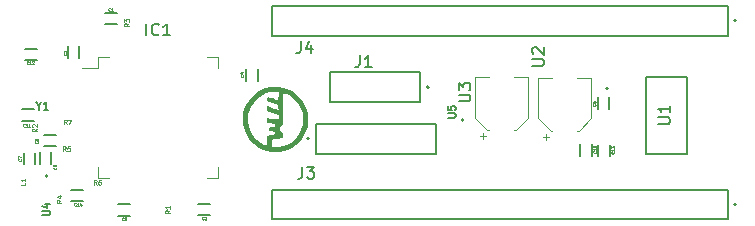
<source format=gbr>
%TF.GenerationSoftware,KiCad,Pcbnew,7.0.9*%
%TF.CreationDate,2024-02-06T13:27:41-04:00*%
%TF.ProjectId,proyecto_micro_v1,70726f79-6563-4746-9f5f-6d6963726f5f,rev?*%
%TF.SameCoordinates,Original*%
%TF.FileFunction,Legend,Top*%
%TF.FilePolarity,Positive*%
%FSLAX46Y46*%
G04 Gerber Fmt 4.6, Leading zero omitted, Abs format (unit mm)*
G04 Created by KiCad (PCBNEW 7.0.9) date 2024-02-06 13:27:41*
%MOMM*%
%LPD*%
G01*
G04 APERTURE LIST*
%ADD10C,0.060464*%
%ADD11C,0.150000*%
%ADD12C,0.300000*%
%ADD13C,0.098425*%
%ADD14C,0.127000*%
%ADD15C,0.120000*%
%ADD16C,0.200000*%
G04 APERTURE END LIST*
D10*
X136553522Y-71696708D02*
X136542005Y-71708225D01*
X136542005Y-71708225D02*
X136507455Y-71719741D01*
X136507455Y-71719741D02*
X136484421Y-71719741D01*
X136484421Y-71719741D02*
X136449870Y-71708225D01*
X136449870Y-71708225D02*
X136426837Y-71685191D01*
X136426837Y-71685191D02*
X136415320Y-71662157D01*
X136415320Y-71662157D02*
X136403803Y-71616090D01*
X136403803Y-71616090D02*
X136403803Y-71581539D01*
X136403803Y-71581539D02*
X136415320Y-71535472D01*
X136415320Y-71535472D02*
X136426837Y-71512438D01*
X136426837Y-71512438D02*
X136449870Y-71489404D01*
X136449870Y-71489404D02*
X136484421Y-71477887D01*
X136484421Y-71477887D02*
X136507455Y-71477887D01*
X136507455Y-71477887D02*
X136542005Y-71489404D01*
X136542005Y-71489404D02*
X136553522Y-71500921D01*
X136783859Y-71719741D02*
X136645657Y-71719741D01*
X136714758Y-71719741D02*
X136714758Y-71477887D01*
X136714758Y-71477887D02*
X136691724Y-71512438D01*
X136691724Y-71512438D02*
X136668691Y-71535472D01*
X136668691Y-71535472D02*
X136645657Y-71546989D01*
X136875994Y-71500921D02*
X136887511Y-71489404D01*
X136887511Y-71489404D02*
X136910545Y-71477887D01*
X136910545Y-71477887D02*
X136968129Y-71477887D01*
X136968129Y-71477887D02*
X136991163Y-71489404D01*
X136991163Y-71489404D02*
X137002679Y-71500921D01*
X137002679Y-71500921D02*
X137014196Y-71523955D01*
X137014196Y-71523955D02*
X137014196Y-71546989D01*
X137014196Y-71546989D02*
X137002679Y-71581539D01*
X137002679Y-71581539D02*
X136864477Y-71719741D01*
X136864477Y-71719741D02*
X137014196Y-71719741D01*
D11*
X146553810Y-69284819D02*
X146553810Y-68284819D01*
X147601428Y-69189580D02*
X147553809Y-69237200D01*
X147553809Y-69237200D02*
X147410952Y-69284819D01*
X147410952Y-69284819D02*
X147315714Y-69284819D01*
X147315714Y-69284819D02*
X147172857Y-69237200D01*
X147172857Y-69237200D02*
X147077619Y-69141961D01*
X147077619Y-69141961D02*
X147030000Y-69046723D01*
X147030000Y-69046723D02*
X146982381Y-68856247D01*
X146982381Y-68856247D02*
X146982381Y-68713390D01*
X146982381Y-68713390D02*
X147030000Y-68522914D01*
X147030000Y-68522914D02*
X147077619Y-68427676D01*
X147077619Y-68427676D02*
X147172857Y-68332438D01*
X147172857Y-68332438D02*
X147315714Y-68284819D01*
X147315714Y-68284819D02*
X147410952Y-68284819D01*
X147410952Y-68284819D02*
X147553809Y-68332438D01*
X147553809Y-68332438D02*
X147601428Y-68380057D01*
X148553809Y-69284819D02*
X147982381Y-69284819D01*
X148268095Y-69284819D02*
X148268095Y-68284819D01*
X148268095Y-68284819D02*
X148172857Y-68427676D01*
X148172857Y-68427676D02*
X148077619Y-68522914D01*
X148077619Y-68522914D02*
X147982381Y-68570533D01*
X137743693Y-84494939D02*
X138253629Y-84494939D01*
X138253629Y-84494939D02*
X138313621Y-84464943D01*
X138313621Y-84464943D02*
X138343618Y-84434947D01*
X138343618Y-84434947D02*
X138373614Y-84374954D01*
X138373614Y-84374954D02*
X138373614Y-84254969D01*
X138373614Y-84254969D02*
X138343618Y-84194977D01*
X138343618Y-84194977D02*
X138313621Y-84164981D01*
X138313621Y-84164981D02*
X138253629Y-84134984D01*
X138253629Y-84134984D02*
X137743693Y-84134984D01*
X137953666Y-83565056D02*
X138373614Y-83565056D01*
X137713697Y-83715037D02*
X138163640Y-83865019D01*
X138163640Y-83865019D02*
X138163640Y-83475067D01*
D10*
X154733708Y-72636308D02*
X154745225Y-72647825D01*
X154745225Y-72647825D02*
X154756741Y-72682375D01*
X154756741Y-72682375D02*
X154756741Y-72705409D01*
X154756741Y-72705409D02*
X154745225Y-72739960D01*
X154745225Y-72739960D02*
X154722191Y-72762993D01*
X154722191Y-72762993D02*
X154699157Y-72774510D01*
X154699157Y-72774510D02*
X154653090Y-72786027D01*
X154653090Y-72786027D02*
X154618539Y-72786027D01*
X154618539Y-72786027D02*
X154572472Y-72774510D01*
X154572472Y-72774510D02*
X154549438Y-72762993D01*
X154549438Y-72762993D02*
X154526404Y-72739960D01*
X154526404Y-72739960D02*
X154514887Y-72705409D01*
X154514887Y-72705409D02*
X154514887Y-72682375D01*
X154514887Y-72682375D02*
X154526404Y-72647825D01*
X154526404Y-72647825D02*
X154537921Y-72636308D01*
X154595505Y-72429005D02*
X154756741Y-72429005D01*
X154503371Y-72486589D02*
X154676123Y-72544173D01*
X154676123Y-72544173D02*
X154676123Y-72394454D01*
D11*
X164609166Y-70974819D02*
X164609166Y-71689104D01*
X164609166Y-71689104D02*
X164561547Y-71831961D01*
X164561547Y-71831961D02*
X164466309Y-71927200D01*
X164466309Y-71927200D02*
X164323452Y-71974819D01*
X164323452Y-71974819D02*
X164228214Y-71974819D01*
X165609166Y-71974819D02*
X165037738Y-71974819D01*
X165323452Y-71974819D02*
X165323452Y-70974819D01*
X165323452Y-70974819D02*
X165228214Y-71117676D01*
X165228214Y-71117676D02*
X165132976Y-71212914D01*
X165132976Y-71212914D02*
X165037738Y-71260533D01*
D10*
X135924708Y-79756308D02*
X135936225Y-79767825D01*
X135936225Y-79767825D02*
X135947741Y-79802375D01*
X135947741Y-79802375D02*
X135947741Y-79825409D01*
X135947741Y-79825409D02*
X135936225Y-79859960D01*
X135936225Y-79859960D02*
X135913191Y-79882993D01*
X135913191Y-79882993D02*
X135890157Y-79894510D01*
X135890157Y-79894510D02*
X135844090Y-79906027D01*
X135844090Y-79906027D02*
X135809539Y-79906027D01*
X135809539Y-79906027D02*
X135763472Y-79894510D01*
X135763472Y-79894510D02*
X135740438Y-79882993D01*
X135740438Y-79882993D02*
X135717404Y-79859960D01*
X135717404Y-79859960D02*
X135705887Y-79825409D01*
X135705887Y-79825409D02*
X135705887Y-79802375D01*
X135705887Y-79802375D02*
X135717404Y-79767825D01*
X135717404Y-79767825D02*
X135728921Y-79756308D01*
X135705887Y-79675690D02*
X135705887Y-79514454D01*
X135705887Y-79514454D02*
X135947741Y-79618106D01*
X151391997Y-84861931D02*
X151380480Y-84873448D01*
X151380480Y-84873448D02*
X151345930Y-84884964D01*
X151345930Y-84884964D02*
X151322896Y-84884964D01*
X151322896Y-84884964D02*
X151288345Y-84873448D01*
X151288345Y-84873448D02*
X151265312Y-84850414D01*
X151265312Y-84850414D02*
X151253795Y-84827380D01*
X151253795Y-84827380D02*
X151242278Y-84781313D01*
X151242278Y-84781313D02*
X151242278Y-84746762D01*
X151242278Y-84746762D02*
X151253795Y-84700695D01*
X151253795Y-84700695D02*
X151265312Y-84677661D01*
X151265312Y-84677661D02*
X151288345Y-84654627D01*
X151288345Y-84654627D02*
X151322896Y-84643110D01*
X151322896Y-84643110D02*
X151345930Y-84643110D01*
X151345930Y-84643110D02*
X151380480Y-84654627D01*
X151380480Y-84654627D02*
X151391997Y-84666144D01*
X151484132Y-84666144D02*
X151495649Y-84654627D01*
X151495649Y-84654627D02*
X151518683Y-84643110D01*
X151518683Y-84643110D02*
X151576267Y-84643110D01*
X151576267Y-84643110D02*
X151599301Y-84654627D01*
X151599301Y-84654627D02*
X151610817Y-84666144D01*
X151610817Y-84666144D02*
X151622334Y-84689178D01*
X151622334Y-84689178D02*
X151622334Y-84712212D01*
X151622334Y-84712212D02*
X151610817Y-84746762D01*
X151610817Y-84746762D02*
X151472615Y-84884964D01*
X151472615Y-84884964D02*
X151622334Y-84884964D01*
D12*
D11*
X189868319Y-76799904D02*
X190677842Y-76799904D01*
X190677842Y-76799904D02*
X190773080Y-76752285D01*
X190773080Y-76752285D02*
X190820700Y-76704666D01*
X190820700Y-76704666D02*
X190868319Y-76609428D01*
X190868319Y-76609428D02*
X190868319Y-76418952D01*
X190868319Y-76418952D02*
X190820700Y-76323714D01*
X190820700Y-76323714D02*
X190773080Y-76276095D01*
X190773080Y-76276095D02*
X190677842Y-76228476D01*
X190677842Y-76228476D02*
X189868319Y-76228476D01*
X190868319Y-75228476D02*
X190868319Y-75799904D01*
X190868319Y-75514190D02*
X189868319Y-75514190D01*
X189868319Y-75514190D02*
X190011176Y-75609428D01*
X190011176Y-75609428D02*
X190106414Y-75704666D01*
X190106414Y-75704666D02*
X190154033Y-75799904D01*
X172093693Y-76259939D02*
X172603629Y-76259939D01*
X172603629Y-76259939D02*
X172663621Y-76229943D01*
X172663621Y-76229943D02*
X172693618Y-76199947D01*
X172693618Y-76199947D02*
X172723614Y-76139954D01*
X172723614Y-76139954D02*
X172723614Y-76019969D01*
X172723614Y-76019969D02*
X172693618Y-75959977D01*
X172693618Y-75959977D02*
X172663621Y-75929981D01*
X172663621Y-75929981D02*
X172603629Y-75899984D01*
X172603629Y-75899984D02*
X172093693Y-75899984D01*
X172093693Y-75300060D02*
X172093693Y-75600022D01*
X172093693Y-75600022D02*
X172393655Y-75630019D01*
X172393655Y-75630019D02*
X172363659Y-75600022D01*
X172363659Y-75600022D02*
X172333663Y-75540030D01*
X172333663Y-75540030D02*
X172333663Y-75390049D01*
X172333663Y-75390049D02*
X172363659Y-75330056D01*
X172363659Y-75330056D02*
X172393655Y-75300060D01*
X172393655Y-75300060D02*
X172453648Y-75270064D01*
X172453648Y-75270064D02*
X172603629Y-75270064D01*
X172603629Y-75270064D02*
X172663621Y-75300060D01*
X172663621Y-75300060D02*
X172693618Y-75330056D01*
X172693618Y-75330056D02*
X172723614Y-75390049D01*
X172723614Y-75390049D02*
X172723614Y-75540030D01*
X172723614Y-75540030D02*
X172693618Y-75600022D01*
X172693618Y-75600022D02*
X172663621Y-75630019D01*
D13*
X142334383Y-81917014D02*
X142203149Y-81729538D01*
X142109411Y-81917014D02*
X142109411Y-81523313D01*
X142109411Y-81523313D02*
X142259392Y-81523313D01*
X142259392Y-81523313D02*
X142296888Y-81542061D01*
X142296888Y-81542061D02*
X142315635Y-81560809D01*
X142315635Y-81560809D02*
X142334383Y-81598304D01*
X142334383Y-81598304D02*
X142334383Y-81654547D01*
X142334383Y-81654547D02*
X142315635Y-81692042D01*
X142315635Y-81692042D02*
X142296888Y-81710790D01*
X142296888Y-81710790D02*
X142259392Y-81729538D01*
X142259392Y-81729538D02*
X142109411Y-81729538D01*
X142671841Y-81523313D02*
X142596850Y-81523313D01*
X142596850Y-81523313D02*
X142559355Y-81542061D01*
X142559355Y-81542061D02*
X142540607Y-81560809D01*
X142540607Y-81560809D02*
X142503112Y-81617052D01*
X142503112Y-81617052D02*
X142484364Y-81692042D01*
X142484364Y-81692042D02*
X142484364Y-81842024D01*
X142484364Y-81842024D02*
X142503112Y-81879519D01*
X142503112Y-81879519D02*
X142521860Y-81898267D01*
X142521860Y-81898267D02*
X142559355Y-81917014D01*
X142559355Y-81917014D02*
X142634346Y-81917014D01*
X142634346Y-81917014D02*
X142671841Y-81898267D01*
X142671841Y-81898267D02*
X142690589Y-81879519D01*
X142690589Y-81879519D02*
X142709336Y-81842024D01*
X142709336Y-81842024D02*
X142709336Y-81748285D01*
X142709336Y-81748285D02*
X142690589Y-81710790D01*
X142690589Y-81710790D02*
X142671841Y-81692042D01*
X142671841Y-81692042D02*
X142634346Y-81673295D01*
X142634346Y-81673295D02*
X142559355Y-81673295D01*
X142559355Y-81673295D02*
X142521860Y-81692042D01*
X142521860Y-81692042D02*
X142503112Y-81710790D01*
X142503112Y-81710790D02*
X142484364Y-81748285D01*
D10*
X138895708Y-80480308D02*
X138907225Y-80491825D01*
X138907225Y-80491825D02*
X138918741Y-80526375D01*
X138918741Y-80526375D02*
X138918741Y-80549409D01*
X138918741Y-80549409D02*
X138907225Y-80583960D01*
X138907225Y-80583960D02*
X138884191Y-80606993D01*
X138884191Y-80606993D02*
X138861157Y-80618510D01*
X138861157Y-80618510D02*
X138815090Y-80630027D01*
X138815090Y-80630027D02*
X138780539Y-80630027D01*
X138780539Y-80630027D02*
X138734472Y-80618510D01*
X138734472Y-80618510D02*
X138711438Y-80606993D01*
X138711438Y-80606993D02*
X138688404Y-80583960D01*
X138688404Y-80583960D02*
X138676887Y-80549409D01*
X138676887Y-80549409D02*
X138676887Y-80526375D01*
X138676887Y-80526375D02*
X138688404Y-80491825D01*
X138688404Y-80491825D02*
X138699921Y-80480308D01*
X138780539Y-80342106D02*
X138769022Y-80365139D01*
X138769022Y-80365139D02*
X138757505Y-80376656D01*
X138757505Y-80376656D02*
X138734472Y-80388173D01*
X138734472Y-80388173D02*
X138722955Y-80388173D01*
X138722955Y-80388173D02*
X138699921Y-80376656D01*
X138699921Y-80376656D02*
X138688404Y-80365139D01*
X138688404Y-80365139D02*
X138676887Y-80342106D01*
X138676887Y-80342106D02*
X138676887Y-80296038D01*
X138676887Y-80296038D02*
X138688404Y-80273005D01*
X138688404Y-80273005D02*
X138699921Y-80261488D01*
X138699921Y-80261488D02*
X138722955Y-80249971D01*
X138722955Y-80249971D02*
X138734472Y-80249971D01*
X138734472Y-80249971D02*
X138757505Y-80261488D01*
X138757505Y-80261488D02*
X138769022Y-80273005D01*
X138769022Y-80273005D02*
X138780539Y-80296038D01*
X138780539Y-80296038D02*
X138780539Y-80342106D01*
X138780539Y-80342106D02*
X138792056Y-80365139D01*
X138792056Y-80365139D02*
X138803573Y-80376656D01*
X138803573Y-80376656D02*
X138826607Y-80388173D01*
X138826607Y-80388173D02*
X138872674Y-80388173D01*
X138872674Y-80388173D02*
X138895708Y-80376656D01*
X138895708Y-80376656D02*
X138907225Y-80365139D01*
X138907225Y-80365139D02*
X138918741Y-80342106D01*
X138918741Y-80342106D02*
X138918741Y-80296038D01*
X138918741Y-80296038D02*
X138907225Y-80273005D01*
X138907225Y-80273005D02*
X138895708Y-80261488D01*
X138895708Y-80261488D02*
X138872674Y-80249971D01*
X138872674Y-80249971D02*
X138826607Y-80249971D01*
X138826607Y-80249971D02*
X138803573Y-80261488D01*
X138803573Y-80261488D02*
X138792056Y-80273005D01*
X138792056Y-80273005D02*
X138780539Y-80296038D01*
D13*
X145079014Y-68280616D02*
X144891538Y-68411850D01*
X145079014Y-68505588D02*
X144685313Y-68505588D01*
X144685313Y-68505588D02*
X144685313Y-68355607D01*
X144685313Y-68355607D02*
X144704061Y-68318112D01*
X144704061Y-68318112D02*
X144722809Y-68299364D01*
X144722809Y-68299364D02*
X144760304Y-68280616D01*
X144760304Y-68280616D02*
X144816547Y-68280616D01*
X144816547Y-68280616D02*
X144854042Y-68299364D01*
X144854042Y-68299364D02*
X144872790Y-68318112D01*
X144872790Y-68318112D02*
X144891538Y-68355607D01*
X144891538Y-68355607D02*
X144891538Y-68505588D01*
X144685313Y-68149383D02*
X144685313Y-67905663D01*
X144685313Y-67905663D02*
X144835295Y-68036897D01*
X144835295Y-68036897D02*
X144835295Y-67980654D01*
X144835295Y-67980654D02*
X144854042Y-67943158D01*
X144854042Y-67943158D02*
X144872790Y-67924411D01*
X144872790Y-67924411D02*
X144910285Y-67905663D01*
X144910285Y-67905663D02*
X145004024Y-67905663D01*
X145004024Y-67905663D02*
X145041519Y-67924411D01*
X145041519Y-67924411D02*
X145060267Y-67943158D01*
X145060267Y-67943158D02*
X145079014Y-67980654D01*
X145079014Y-67980654D02*
X145079014Y-68093140D01*
X145079014Y-68093140D02*
X145060267Y-68130635D01*
X145060267Y-68130635D02*
X145041519Y-68149383D01*
D10*
X136254522Y-77005708D02*
X136243005Y-77017225D01*
X136243005Y-77017225D02*
X136208455Y-77028741D01*
X136208455Y-77028741D02*
X136185421Y-77028741D01*
X136185421Y-77028741D02*
X136150870Y-77017225D01*
X136150870Y-77017225D02*
X136127837Y-76994191D01*
X136127837Y-76994191D02*
X136116320Y-76971157D01*
X136116320Y-76971157D02*
X136104803Y-76925090D01*
X136104803Y-76925090D02*
X136104803Y-76890539D01*
X136104803Y-76890539D02*
X136116320Y-76844472D01*
X136116320Y-76844472D02*
X136127837Y-76821438D01*
X136127837Y-76821438D02*
X136150870Y-76798404D01*
X136150870Y-76798404D02*
X136185421Y-76786887D01*
X136185421Y-76786887D02*
X136208455Y-76786887D01*
X136208455Y-76786887D02*
X136243005Y-76798404D01*
X136243005Y-76798404D02*
X136254522Y-76809921D01*
X136484859Y-77028741D02*
X136346657Y-77028741D01*
X136415758Y-77028741D02*
X136415758Y-76786887D01*
X136415758Y-76786887D02*
X136392724Y-76821438D01*
X136392724Y-76821438D02*
X136369691Y-76844472D01*
X136369691Y-76844472D02*
X136346657Y-76855989D01*
X136715196Y-77028741D02*
X136576994Y-77028741D01*
X136646095Y-77028741D02*
X136646095Y-76786887D01*
X136646095Y-76786887D02*
X136623061Y-76821438D01*
X136623061Y-76821438D02*
X136600028Y-76844472D01*
X136600028Y-76844472D02*
X136576994Y-76855989D01*
D13*
X139714383Y-79087014D02*
X139583149Y-78899538D01*
X139489411Y-79087014D02*
X139489411Y-78693313D01*
X139489411Y-78693313D02*
X139639392Y-78693313D01*
X139639392Y-78693313D02*
X139676888Y-78712061D01*
X139676888Y-78712061D02*
X139695635Y-78730809D01*
X139695635Y-78730809D02*
X139714383Y-78768304D01*
X139714383Y-78768304D02*
X139714383Y-78824547D01*
X139714383Y-78824547D02*
X139695635Y-78862042D01*
X139695635Y-78862042D02*
X139676888Y-78880790D01*
X139676888Y-78880790D02*
X139639392Y-78899538D01*
X139639392Y-78899538D02*
X139489411Y-78899538D01*
X140070589Y-78693313D02*
X139883112Y-78693313D01*
X139883112Y-78693313D02*
X139864364Y-78880790D01*
X139864364Y-78880790D02*
X139883112Y-78862042D01*
X139883112Y-78862042D02*
X139920607Y-78843295D01*
X139920607Y-78843295D02*
X140014346Y-78843295D01*
X140014346Y-78843295D02*
X140051841Y-78862042D01*
X140051841Y-78862042D02*
X140070589Y-78880790D01*
X140070589Y-78880790D02*
X140089336Y-78918285D01*
X140089336Y-78918285D02*
X140089336Y-79012024D01*
X140089336Y-79012024D02*
X140070589Y-79049519D01*
X140070589Y-79049519D02*
X140051841Y-79068267D01*
X140051841Y-79068267D02*
X140014346Y-79087014D01*
X140014346Y-79087014D02*
X139920607Y-79087014D01*
X139920607Y-79087014D02*
X139883112Y-79068267D01*
X139883112Y-79068267D02*
X139864364Y-79049519D01*
D11*
X159611666Y-69799819D02*
X159611666Y-70514104D01*
X159611666Y-70514104D02*
X159564047Y-70656961D01*
X159564047Y-70656961D02*
X159468809Y-70752200D01*
X159468809Y-70752200D02*
X159325952Y-70799819D01*
X159325952Y-70799819D02*
X159230714Y-70799819D01*
X160516428Y-70133152D02*
X160516428Y-70799819D01*
X160278333Y-69752200D02*
X160040238Y-70466485D01*
X160040238Y-70466485D02*
X160659285Y-70466485D01*
X172981319Y-74882904D02*
X173790842Y-74882904D01*
X173790842Y-74882904D02*
X173886080Y-74835285D01*
X173886080Y-74835285D02*
X173933700Y-74787666D01*
X173933700Y-74787666D02*
X173981319Y-74692428D01*
X173981319Y-74692428D02*
X173981319Y-74501952D01*
X173981319Y-74501952D02*
X173933700Y-74406714D01*
X173933700Y-74406714D02*
X173886080Y-74359095D01*
X173886080Y-74359095D02*
X173790842Y-74311476D01*
X173790842Y-74311476D02*
X172981319Y-74311476D01*
X172981319Y-73930523D02*
X172981319Y-73311476D01*
X172981319Y-73311476D02*
X173362271Y-73644809D01*
X173362271Y-73644809D02*
X173362271Y-73501952D01*
X173362271Y-73501952D02*
X173409890Y-73406714D01*
X173409890Y-73406714D02*
X173457509Y-73359095D01*
X173457509Y-73359095D02*
X173552747Y-73311476D01*
X173552747Y-73311476D02*
X173790842Y-73311476D01*
X173790842Y-73311476D02*
X173886080Y-73359095D01*
X173886080Y-73359095D02*
X173933700Y-73406714D01*
X173933700Y-73406714D02*
X173981319Y-73501952D01*
X173981319Y-73501952D02*
X173981319Y-73787666D01*
X173981319Y-73787666D02*
X173933700Y-73882904D01*
X173933700Y-73882904D02*
X173886080Y-73930523D01*
D13*
X136295014Y-81749616D02*
X136295014Y-81937092D01*
X136295014Y-81937092D02*
X135901313Y-81937092D01*
X136295014Y-81412158D02*
X136295014Y-81637130D01*
X136295014Y-81524644D02*
X135901313Y-81524644D01*
X135901313Y-81524644D02*
X135957556Y-81562139D01*
X135957556Y-81562139D02*
X135995052Y-81599635D01*
X135995052Y-81599635D02*
X136013799Y-81637130D01*
D10*
X139757485Y-70799614D02*
X139769002Y-70811131D01*
X139769002Y-70811131D02*
X139780518Y-70845681D01*
X139780518Y-70845681D02*
X139780518Y-70868715D01*
X139780518Y-70868715D02*
X139769002Y-70903266D01*
X139769002Y-70903266D02*
X139745968Y-70926299D01*
X139745968Y-70926299D02*
X139722934Y-70937816D01*
X139722934Y-70937816D02*
X139676867Y-70949333D01*
X139676867Y-70949333D02*
X139642316Y-70949333D01*
X139642316Y-70949333D02*
X139596249Y-70937816D01*
X139596249Y-70937816D02*
X139573215Y-70926299D01*
X139573215Y-70926299D02*
X139550181Y-70903266D01*
X139550181Y-70903266D02*
X139538664Y-70868715D01*
X139538664Y-70868715D02*
X139538664Y-70845681D01*
X139538664Y-70845681D02*
X139550181Y-70811131D01*
X139550181Y-70811131D02*
X139561698Y-70799614D01*
X139538664Y-70718996D02*
X139538664Y-70569277D01*
X139538664Y-70569277D02*
X139630799Y-70649895D01*
X139630799Y-70649895D02*
X139630799Y-70615344D01*
X139630799Y-70615344D02*
X139642316Y-70592311D01*
X139642316Y-70592311D02*
X139653833Y-70580794D01*
X139653833Y-70580794D02*
X139676867Y-70569277D01*
X139676867Y-70569277D02*
X139734451Y-70569277D01*
X139734451Y-70569277D02*
X139757485Y-70580794D01*
X139757485Y-70580794D02*
X139769002Y-70592311D01*
X139769002Y-70592311D02*
X139780518Y-70615344D01*
X139780518Y-70615344D02*
X139780518Y-70684445D01*
X139780518Y-70684445D02*
X139769002Y-70707479D01*
X139769002Y-70707479D02*
X139757485Y-70718996D01*
X137323708Y-78257308D02*
X137335225Y-78268825D01*
X137335225Y-78268825D02*
X137346741Y-78303375D01*
X137346741Y-78303375D02*
X137346741Y-78326409D01*
X137346741Y-78326409D02*
X137335225Y-78360960D01*
X137335225Y-78360960D02*
X137312191Y-78383993D01*
X137312191Y-78383993D02*
X137289157Y-78395510D01*
X137289157Y-78395510D02*
X137243090Y-78407027D01*
X137243090Y-78407027D02*
X137208539Y-78407027D01*
X137208539Y-78407027D02*
X137162472Y-78395510D01*
X137162472Y-78395510D02*
X137139438Y-78383993D01*
X137139438Y-78383993D02*
X137116404Y-78360960D01*
X137116404Y-78360960D02*
X137104887Y-78326409D01*
X137104887Y-78326409D02*
X137104887Y-78303375D01*
X137104887Y-78303375D02*
X137116404Y-78268825D01*
X137116404Y-78268825D02*
X137127921Y-78257308D01*
X137346741Y-78142139D02*
X137346741Y-78096072D01*
X137346741Y-78096072D02*
X137335225Y-78073038D01*
X137335225Y-78073038D02*
X137323708Y-78061521D01*
X137323708Y-78061521D02*
X137289157Y-78038488D01*
X137289157Y-78038488D02*
X137243090Y-78026971D01*
X137243090Y-78026971D02*
X137150955Y-78026971D01*
X137150955Y-78026971D02*
X137127921Y-78038488D01*
X137127921Y-78038488D02*
X137116404Y-78050005D01*
X137116404Y-78050005D02*
X137104887Y-78073038D01*
X137104887Y-78073038D02*
X137104887Y-78119106D01*
X137104887Y-78119106D02*
X137116404Y-78142139D01*
X137116404Y-78142139D02*
X137127921Y-78153656D01*
X137127921Y-78153656D02*
X137150955Y-78165173D01*
X137150955Y-78165173D02*
X137208539Y-78165173D01*
X137208539Y-78165173D02*
X137231573Y-78153656D01*
X137231573Y-78153656D02*
X137243090Y-78142139D01*
X137243090Y-78142139D02*
X137254607Y-78119106D01*
X137254607Y-78119106D02*
X137254607Y-78073038D01*
X137254607Y-78073038D02*
X137243090Y-78050005D01*
X137243090Y-78050005D02*
X137231573Y-78038488D01*
X137231573Y-78038488D02*
X137208539Y-78026971D01*
X186122431Y-79147171D02*
X186133948Y-79158688D01*
X186133948Y-79158688D02*
X186145464Y-79193238D01*
X186145464Y-79193238D02*
X186145464Y-79216272D01*
X186145464Y-79216272D02*
X186133948Y-79250823D01*
X186133948Y-79250823D02*
X186110914Y-79273856D01*
X186110914Y-79273856D02*
X186087880Y-79285373D01*
X186087880Y-79285373D02*
X186041813Y-79296890D01*
X186041813Y-79296890D02*
X186007262Y-79296890D01*
X186007262Y-79296890D02*
X185961195Y-79285373D01*
X185961195Y-79285373D02*
X185938161Y-79273856D01*
X185938161Y-79273856D02*
X185915127Y-79250823D01*
X185915127Y-79250823D02*
X185903610Y-79216272D01*
X185903610Y-79216272D02*
X185903610Y-79193238D01*
X185903610Y-79193238D02*
X185915127Y-79158688D01*
X185915127Y-79158688D02*
X185926644Y-79147171D01*
X186145464Y-78916834D02*
X186145464Y-79055036D01*
X186145464Y-78985935D02*
X185903610Y-78985935D01*
X185903610Y-78985935D02*
X185938161Y-79008969D01*
X185938161Y-79008969D02*
X185961195Y-79032002D01*
X185961195Y-79032002D02*
X185972712Y-79055036D01*
X185903610Y-78836216D02*
X185903610Y-78686497D01*
X185903610Y-78686497D02*
X185995745Y-78767115D01*
X185995745Y-78767115D02*
X185995745Y-78732564D01*
X185995745Y-78732564D02*
X186007262Y-78709531D01*
X186007262Y-78709531D02*
X186018779Y-78698014D01*
X186018779Y-78698014D02*
X186041813Y-78686497D01*
X186041813Y-78686497D02*
X186099397Y-78686497D01*
X186099397Y-78686497D02*
X186122431Y-78698014D01*
X186122431Y-78698014D02*
X186133948Y-78709531D01*
X186133948Y-78709531D02*
X186145464Y-78732564D01*
X186145464Y-78732564D02*
X186145464Y-78801665D01*
X186145464Y-78801665D02*
X186133948Y-78824699D01*
X186133948Y-78824699D02*
X186122431Y-78836216D01*
X140582828Y-83683931D02*
X140571311Y-83695448D01*
X140571311Y-83695448D02*
X140536761Y-83706964D01*
X140536761Y-83706964D02*
X140513727Y-83706964D01*
X140513727Y-83706964D02*
X140479176Y-83695448D01*
X140479176Y-83695448D02*
X140456143Y-83672414D01*
X140456143Y-83672414D02*
X140444626Y-83649380D01*
X140444626Y-83649380D02*
X140433109Y-83603313D01*
X140433109Y-83603313D02*
X140433109Y-83568762D01*
X140433109Y-83568762D02*
X140444626Y-83522695D01*
X140444626Y-83522695D02*
X140456143Y-83499661D01*
X140456143Y-83499661D02*
X140479176Y-83476627D01*
X140479176Y-83476627D02*
X140513727Y-83465110D01*
X140513727Y-83465110D02*
X140536761Y-83465110D01*
X140536761Y-83465110D02*
X140571311Y-83476627D01*
X140571311Y-83476627D02*
X140582828Y-83488144D01*
X140813165Y-83706964D02*
X140674963Y-83706964D01*
X140744064Y-83706964D02*
X140744064Y-83465110D01*
X140744064Y-83465110D02*
X140721030Y-83499661D01*
X140721030Y-83499661D02*
X140697997Y-83522695D01*
X140697997Y-83522695D02*
X140674963Y-83534212D01*
X141020469Y-83545728D02*
X141020469Y-83706964D01*
X140962884Y-83453594D02*
X140905300Y-83626346D01*
X140905300Y-83626346D02*
X141055019Y-83626346D01*
X144618997Y-84917931D02*
X144607480Y-84929448D01*
X144607480Y-84929448D02*
X144572930Y-84940964D01*
X144572930Y-84940964D02*
X144549896Y-84940964D01*
X144549896Y-84940964D02*
X144515345Y-84929448D01*
X144515345Y-84929448D02*
X144492312Y-84906414D01*
X144492312Y-84906414D02*
X144480795Y-84883380D01*
X144480795Y-84883380D02*
X144469278Y-84837313D01*
X144469278Y-84837313D02*
X144469278Y-84802762D01*
X144469278Y-84802762D02*
X144480795Y-84756695D01*
X144480795Y-84756695D02*
X144492312Y-84733661D01*
X144492312Y-84733661D02*
X144515345Y-84710627D01*
X144515345Y-84710627D02*
X144549896Y-84699110D01*
X144549896Y-84699110D02*
X144572930Y-84699110D01*
X144572930Y-84699110D02*
X144607480Y-84710627D01*
X144607480Y-84710627D02*
X144618997Y-84722144D01*
X144837817Y-84699110D02*
X144722649Y-84699110D01*
X144722649Y-84699110D02*
X144711132Y-84814279D01*
X144711132Y-84814279D02*
X144722649Y-84802762D01*
X144722649Y-84802762D02*
X144745683Y-84791245D01*
X144745683Y-84791245D02*
X144803267Y-84791245D01*
X144803267Y-84791245D02*
X144826301Y-84802762D01*
X144826301Y-84802762D02*
X144837817Y-84814279D01*
X144837817Y-84814279D02*
X144849334Y-84837313D01*
X144849334Y-84837313D02*
X144849334Y-84894897D01*
X144849334Y-84894897D02*
X144837817Y-84917931D01*
X144837817Y-84917931D02*
X144826301Y-84929448D01*
X144826301Y-84929448D02*
X144803267Y-84940964D01*
X144803267Y-84940964D02*
X144745683Y-84940964D01*
X144745683Y-84940964D02*
X144722649Y-84929448D01*
X144722649Y-84929448D02*
X144711132Y-84917931D01*
D13*
X139784383Y-76807014D02*
X139653149Y-76619538D01*
X139559411Y-76807014D02*
X139559411Y-76413313D01*
X139559411Y-76413313D02*
X139709392Y-76413313D01*
X139709392Y-76413313D02*
X139746888Y-76432061D01*
X139746888Y-76432061D02*
X139765635Y-76450809D01*
X139765635Y-76450809D02*
X139784383Y-76488304D01*
X139784383Y-76488304D02*
X139784383Y-76544547D01*
X139784383Y-76544547D02*
X139765635Y-76582042D01*
X139765635Y-76582042D02*
X139746888Y-76600790D01*
X139746888Y-76600790D02*
X139709392Y-76619538D01*
X139709392Y-76619538D02*
X139559411Y-76619538D01*
X139915617Y-76413313D02*
X140178084Y-76413313D01*
X140178084Y-76413313D02*
X140009355Y-76807014D01*
D11*
X137439238Y-75262914D02*
X137439238Y-75567676D01*
X137225905Y-74927676D02*
X137439238Y-75262914D01*
X137439238Y-75262914D02*
X137652572Y-74927676D01*
X138201143Y-75567676D02*
X137835428Y-75567676D01*
X138018285Y-75567676D02*
X138018285Y-74927676D01*
X138018285Y-74927676D02*
X137957333Y-75019104D01*
X137957333Y-75019104D02*
X137896381Y-75080057D01*
X137896381Y-75080057D02*
X137835428Y-75110533D01*
X159761666Y-80409819D02*
X159761666Y-81124104D01*
X159761666Y-81124104D02*
X159714047Y-81266961D01*
X159714047Y-81266961D02*
X159618809Y-81362200D01*
X159618809Y-81362200D02*
X159475952Y-81409819D01*
X159475952Y-81409819D02*
X159380714Y-81409819D01*
X160142619Y-80409819D02*
X160761666Y-80409819D01*
X160761666Y-80409819D02*
X160428333Y-80790771D01*
X160428333Y-80790771D02*
X160571190Y-80790771D01*
X160571190Y-80790771D02*
X160666428Y-80838390D01*
X160666428Y-80838390D02*
X160714047Y-80886009D01*
X160714047Y-80886009D02*
X160761666Y-80981247D01*
X160761666Y-80981247D02*
X160761666Y-81219342D01*
X160761666Y-81219342D02*
X160714047Y-81314580D01*
X160714047Y-81314580D02*
X160666428Y-81362200D01*
X160666428Y-81362200D02*
X160571190Y-81409819D01*
X160571190Y-81409819D02*
X160285476Y-81409819D01*
X160285476Y-81409819D02*
X160190238Y-81362200D01*
X160190238Y-81362200D02*
X160142619Y-81314580D01*
X179214819Y-71861904D02*
X180024342Y-71861904D01*
X180024342Y-71861904D02*
X180119580Y-71814285D01*
X180119580Y-71814285D02*
X180167200Y-71766666D01*
X180167200Y-71766666D02*
X180214819Y-71671428D01*
X180214819Y-71671428D02*
X180214819Y-71480952D01*
X180214819Y-71480952D02*
X180167200Y-71385714D01*
X180167200Y-71385714D02*
X180119580Y-71338095D01*
X180119580Y-71338095D02*
X180024342Y-71290476D01*
X180024342Y-71290476D02*
X179214819Y-71290476D01*
X179310057Y-70861904D02*
X179262438Y-70814285D01*
X179262438Y-70814285D02*
X179214819Y-70719047D01*
X179214819Y-70719047D02*
X179214819Y-70480952D01*
X179214819Y-70480952D02*
X179262438Y-70385714D01*
X179262438Y-70385714D02*
X179310057Y-70338095D01*
X179310057Y-70338095D02*
X179405295Y-70290476D01*
X179405295Y-70290476D02*
X179500533Y-70290476D01*
X179500533Y-70290476D02*
X179643390Y-70338095D01*
X179643390Y-70338095D02*
X180214819Y-70909523D01*
X180214819Y-70909523D02*
X180214819Y-70290476D01*
D13*
X148546014Y-84104616D02*
X148358538Y-84235850D01*
X148546014Y-84329588D02*
X148152313Y-84329588D01*
X148152313Y-84329588D02*
X148152313Y-84179607D01*
X148152313Y-84179607D02*
X148171061Y-84142112D01*
X148171061Y-84142112D02*
X148189809Y-84123364D01*
X148189809Y-84123364D02*
X148227304Y-84104616D01*
X148227304Y-84104616D02*
X148283547Y-84104616D01*
X148283547Y-84104616D02*
X148321042Y-84123364D01*
X148321042Y-84123364D02*
X148339790Y-84142112D01*
X148339790Y-84142112D02*
X148358538Y-84179607D01*
X148358538Y-84179607D02*
X148358538Y-84329588D01*
X148546014Y-83729663D02*
X148546014Y-83954635D01*
X148546014Y-83842149D02*
X148152313Y-83842149D01*
X148152313Y-83842149D02*
X148208556Y-83879644D01*
X148208556Y-83879644D02*
X148246052Y-83917140D01*
X148246052Y-83917140D02*
X148264799Y-83954635D01*
D10*
X184602431Y-79094171D02*
X184613948Y-79105688D01*
X184613948Y-79105688D02*
X184625464Y-79140238D01*
X184625464Y-79140238D02*
X184625464Y-79163272D01*
X184625464Y-79163272D02*
X184613948Y-79197823D01*
X184613948Y-79197823D02*
X184590914Y-79220856D01*
X184590914Y-79220856D02*
X184567880Y-79232373D01*
X184567880Y-79232373D02*
X184521813Y-79243890D01*
X184521813Y-79243890D02*
X184487262Y-79243890D01*
X184487262Y-79243890D02*
X184441195Y-79232373D01*
X184441195Y-79232373D02*
X184418161Y-79220856D01*
X184418161Y-79220856D02*
X184395127Y-79197823D01*
X184395127Y-79197823D02*
X184383610Y-79163272D01*
X184383610Y-79163272D02*
X184383610Y-79140238D01*
X184383610Y-79140238D02*
X184395127Y-79105688D01*
X184395127Y-79105688D02*
X184406644Y-79094171D01*
X184625464Y-78863834D02*
X184625464Y-79002036D01*
X184625464Y-78932935D02*
X184383610Y-78932935D01*
X184383610Y-78932935D02*
X184418161Y-78955969D01*
X184418161Y-78955969D02*
X184441195Y-78979002D01*
X184441195Y-78979002D02*
X184452712Y-79002036D01*
X184383610Y-78714115D02*
X184383610Y-78691081D01*
X184383610Y-78691081D02*
X184395127Y-78668047D01*
X184395127Y-78668047D02*
X184406644Y-78656531D01*
X184406644Y-78656531D02*
X184429678Y-78645014D01*
X184429678Y-78645014D02*
X184475745Y-78633497D01*
X184475745Y-78633497D02*
X184533330Y-78633497D01*
X184533330Y-78633497D02*
X184579397Y-78645014D01*
X184579397Y-78645014D02*
X184602431Y-78656531D01*
X184602431Y-78656531D02*
X184613948Y-78668047D01*
X184613948Y-78668047D02*
X184625464Y-78691081D01*
X184625464Y-78691081D02*
X184625464Y-78714115D01*
X184625464Y-78714115D02*
X184613948Y-78737149D01*
X184613948Y-78737149D02*
X184602431Y-78748665D01*
X184602431Y-78748665D02*
X184579397Y-78760182D01*
X184579397Y-78760182D02*
X184533330Y-78771699D01*
X184533330Y-78771699D02*
X184475745Y-78771699D01*
X184475745Y-78771699D02*
X184429678Y-78760182D01*
X184429678Y-78760182D02*
X184406644Y-78748665D01*
X184406644Y-78748665D02*
X184395127Y-78737149D01*
X184395127Y-78737149D02*
X184383610Y-78714115D01*
D13*
X137273014Y-77183616D02*
X137085538Y-77314850D01*
X137273014Y-77408588D02*
X136879313Y-77408588D01*
X136879313Y-77408588D02*
X136879313Y-77258607D01*
X136879313Y-77258607D02*
X136898061Y-77221112D01*
X136898061Y-77221112D02*
X136916809Y-77202364D01*
X136916809Y-77202364D02*
X136954304Y-77183616D01*
X136954304Y-77183616D02*
X137010547Y-77183616D01*
X137010547Y-77183616D02*
X137048042Y-77202364D01*
X137048042Y-77202364D02*
X137066790Y-77221112D01*
X137066790Y-77221112D02*
X137085538Y-77258607D01*
X137085538Y-77258607D02*
X137085538Y-77408588D01*
X136916809Y-77033635D02*
X136898061Y-77014887D01*
X136898061Y-77014887D02*
X136879313Y-76977392D01*
X136879313Y-76977392D02*
X136879313Y-76883654D01*
X136879313Y-76883654D02*
X136898061Y-76846158D01*
X136898061Y-76846158D02*
X136916809Y-76827411D01*
X136916809Y-76827411D02*
X136954304Y-76808663D01*
X136954304Y-76808663D02*
X136991799Y-76808663D01*
X136991799Y-76808663D02*
X137048042Y-76827411D01*
X137048042Y-76827411D02*
X137273014Y-77052383D01*
X137273014Y-77052383D02*
X137273014Y-76808663D01*
X139357014Y-83225616D02*
X139169538Y-83356850D01*
X139357014Y-83450588D02*
X138963313Y-83450588D01*
X138963313Y-83450588D02*
X138963313Y-83300607D01*
X138963313Y-83300607D02*
X138982061Y-83263112D01*
X138982061Y-83263112D02*
X139000809Y-83244364D01*
X139000809Y-83244364D02*
X139038304Y-83225616D01*
X139038304Y-83225616D02*
X139094547Y-83225616D01*
X139094547Y-83225616D02*
X139132042Y-83244364D01*
X139132042Y-83244364D02*
X139150790Y-83263112D01*
X139150790Y-83263112D02*
X139169538Y-83300607D01*
X139169538Y-83300607D02*
X139169538Y-83450588D01*
X139094547Y-82888158D02*
X139357014Y-82888158D01*
X138944566Y-82981897D02*
X139225781Y-83075635D01*
X139225781Y-83075635D02*
X139225781Y-82831915D01*
D10*
X143472385Y-67189485D02*
X143460868Y-67201002D01*
X143460868Y-67201002D02*
X143426318Y-67212518D01*
X143426318Y-67212518D02*
X143403284Y-67212518D01*
X143403284Y-67212518D02*
X143368733Y-67201002D01*
X143368733Y-67201002D02*
X143345700Y-67177968D01*
X143345700Y-67177968D02*
X143334183Y-67154934D01*
X143334183Y-67154934D02*
X143322666Y-67108867D01*
X143322666Y-67108867D02*
X143322666Y-67074316D01*
X143322666Y-67074316D02*
X143334183Y-67028249D01*
X143334183Y-67028249D02*
X143345700Y-67005215D01*
X143345700Y-67005215D02*
X143368733Y-66982181D01*
X143368733Y-66982181D02*
X143403284Y-66970664D01*
X143403284Y-66970664D02*
X143426318Y-66970664D01*
X143426318Y-66970664D02*
X143460868Y-66982181D01*
X143460868Y-66982181D02*
X143472385Y-66993698D01*
X143702722Y-67212518D02*
X143564520Y-67212518D01*
X143633621Y-67212518D02*
X143633621Y-66970664D01*
X143633621Y-66970664D02*
X143610587Y-67005215D01*
X143610587Y-67005215D02*
X143587554Y-67028249D01*
X143587554Y-67028249D02*
X143564520Y-67039766D01*
X184550985Y-75095614D02*
X184562502Y-75107131D01*
X184562502Y-75107131D02*
X184574018Y-75141681D01*
X184574018Y-75141681D02*
X184574018Y-75164715D01*
X184574018Y-75164715D02*
X184562502Y-75199266D01*
X184562502Y-75199266D02*
X184539468Y-75222299D01*
X184539468Y-75222299D02*
X184516434Y-75233816D01*
X184516434Y-75233816D02*
X184470367Y-75245333D01*
X184470367Y-75245333D02*
X184435816Y-75245333D01*
X184435816Y-75245333D02*
X184389749Y-75233816D01*
X184389749Y-75233816D02*
X184366715Y-75222299D01*
X184366715Y-75222299D02*
X184343681Y-75199266D01*
X184343681Y-75199266D02*
X184332164Y-75164715D01*
X184332164Y-75164715D02*
X184332164Y-75141681D01*
X184332164Y-75141681D02*
X184343681Y-75107131D01*
X184343681Y-75107131D02*
X184355198Y-75095614D01*
X184332164Y-74888311D02*
X184332164Y-74934378D01*
X184332164Y-74934378D02*
X184343681Y-74957412D01*
X184343681Y-74957412D02*
X184355198Y-74968929D01*
X184355198Y-74968929D02*
X184389749Y-74991962D01*
X184389749Y-74991962D02*
X184435816Y-75003479D01*
X184435816Y-75003479D02*
X184527951Y-75003479D01*
X184527951Y-75003479D02*
X184550985Y-74991962D01*
X184550985Y-74991962D02*
X184562502Y-74980445D01*
X184562502Y-74980445D02*
X184574018Y-74957412D01*
X184574018Y-74957412D02*
X184574018Y-74911344D01*
X184574018Y-74911344D02*
X184562502Y-74888311D01*
X184562502Y-74888311D02*
X184550985Y-74876794D01*
X184550985Y-74876794D02*
X184527951Y-74865277D01*
X184527951Y-74865277D02*
X184470367Y-74865277D01*
X184470367Y-74865277D02*
X184447333Y-74876794D01*
X184447333Y-74876794D02*
X184435816Y-74888311D01*
X184435816Y-74888311D02*
X184424299Y-74911344D01*
X184424299Y-74911344D02*
X184424299Y-74957412D01*
X184424299Y-74957412D02*
X184435816Y-74980445D01*
X184435816Y-74980445D02*
X184447333Y-74991962D01*
X184447333Y-74991962D02*
X184470367Y-75003479D01*
D14*
%TO.C,C12*%
X137300000Y-70400000D02*
X136300000Y-70400000D01*
X136300000Y-71360000D02*
X137300000Y-71360000D01*
D15*
%TO.C,IC1*%
X142420000Y-71120000D02*
X142420000Y-72070000D01*
X142420000Y-72070000D02*
X141080000Y-72070000D01*
X142420000Y-81340000D02*
X142420000Y-80390000D01*
X143370000Y-71120000D02*
X142420000Y-71120000D01*
X143370000Y-81340000D02*
X142420000Y-81340000D01*
X151690000Y-71120000D02*
X152640000Y-71120000D01*
X151690000Y-81340000D02*
X152640000Y-81340000D01*
X152640000Y-71120000D02*
X152640000Y-72070000D01*
X152640000Y-81340000D02*
X152640000Y-80390000D01*
D16*
%TO.C,U4*%
X138180000Y-81210000D02*
G75*
G03*
X138180000Y-81210000I-100000J0D01*
G01*
D14*
%TO.C,C4*%
X155010000Y-72110000D02*
X155010000Y-73110000D01*
X155970000Y-73110000D02*
X155970000Y-72110000D01*
%TO.C,J1*%
X162092500Y-74960000D02*
X162092500Y-72420000D01*
X169712500Y-72420000D02*
X162092500Y-72420000D01*
X169712500Y-72420000D02*
X169712500Y-74960000D01*
X169712500Y-74960000D02*
X162092500Y-74960000D01*
D16*
X170462500Y-73690000D02*
G75*
G03*
X170462500Y-73690000I-100000J0D01*
G01*
D14*
%TO.C,C7*%
X137120000Y-80220000D02*
X137120000Y-79220000D01*
X136160000Y-79220000D02*
X136160000Y-80220000D01*
%TO.C,C2*%
X151894000Y-83538000D02*
X150894000Y-83538000D01*
X150894000Y-84498000D02*
X151894000Y-84498000D01*
%TO.C,   *%
G36*
X157732066Y-73649157D02*
G01*
X157795626Y-73652231D01*
X158151475Y-73722156D01*
X158191378Y-73729997D01*
X158379575Y-73787322D01*
X158718729Y-73926711D01*
X159025770Y-74106267D01*
X159313165Y-74333769D01*
X159424986Y-74439511D01*
X159697485Y-74747392D01*
X159916640Y-75079620D01*
X160083539Y-75438141D01*
X160197844Y-75818595D01*
X160225105Y-75988550D01*
X160241184Y-76196758D01*
X160246094Y-76423684D01*
X160239844Y-76649790D01*
X160222444Y-76855540D01*
X160197214Y-77007367D01*
X160082119Y-77388741D01*
X159919761Y-77740320D01*
X159714775Y-78059657D01*
X159471794Y-78344306D01*
X159195450Y-78591821D01*
X158890378Y-78799756D01*
X158561211Y-78965664D01*
X158212582Y-79087100D01*
X157849124Y-79161617D01*
X157475472Y-79186769D01*
X157096258Y-79160110D01*
X156716115Y-79079193D01*
X156447305Y-78987111D01*
X156106534Y-78822475D01*
X155792886Y-78610217D01*
X155523270Y-78370091D01*
X155257765Y-78064990D01*
X155041005Y-77730977D01*
X154875887Y-77373244D01*
X154770194Y-77019289D01*
X154740666Y-76840963D01*
X154721742Y-76629513D01*
X154713906Y-76405322D01*
X154715700Y-76301207D01*
X155142286Y-76301207D01*
X155150837Y-76654933D01*
X155200487Y-76947898D01*
X155314202Y-77299383D01*
X155478659Y-77625120D01*
X155689681Y-77920088D01*
X155943091Y-78179268D01*
X156234712Y-78397638D01*
X156544523Y-78563243D01*
X156637413Y-78604075D01*
X156703376Y-78626726D01*
X156747012Y-78624564D01*
X156772919Y-78590956D01*
X156785695Y-78519269D01*
X156789937Y-78402872D01*
X156790245Y-78235131D01*
X156790235Y-78208818D01*
X156790638Y-78107721D01*
X157170902Y-78107721D01*
X157179236Y-78422168D01*
X157187570Y-78736614D01*
X157452099Y-78745220D01*
X157806221Y-78728393D01*
X158147467Y-78657214D01*
X158470851Y-78535665D01*
X158771385Y-78367728D01*
X159044081Y-78157385D01*
X159283952Y-77908616D01*
X159486010Y-77625405D01*
X159645269Y-77311732D01*
X159756739Y-76971580D01*
X159774937Y-76890776D01*
X159815667Y-76574665D01*
X159813790Y-76244171D01*
X159770866Y-75917543D01*
X159688455Y-75613030D01*
X159659131Y-75535725D01*
X159499209Y-75218286D01*
X159290375Y-74925709D01*
X159039975Y-74665527D01*
X158755351Y-74445271D01*
X158443848Y-74272473D01*
X158414630Y-74259456D01*
X158306130Y-74213863D01*
X158216129Y-74179301D01*
X158159805Y-74161491D01*
X158151475Y-74160264D01*
X158142507Y-74171922D01*
X158135005Y-74209835D01*
X158128857Y-74278132D01*
X158123948Y-74380938D01*
X158120165Y-74522380D01*
X158117395Y-74706585D01*
X158115523Y-74937680D01*
X158114438Y-75219791D01*
X158114038Y-75521145D01*
X158113391Y-76882385D01*
X157981657Y-76970681D01*
X157906938Y-77023549D01*
X157867679Y-77067839D01*
X157852461Y-77125632D01*
X157849863Y-77219009D01*
X157849859Y-77225511D01*
X157851893Y-77321155D01*
X157865694Y-77379512D01*
X157902678Y-77422158D01*
X157974255Y-77470670D01*
X157982187Y-77475684D01*
X158114580Y-77559326D01*
X158114632Y-77770906D01*
X158114685Y-77982486D01*
X157974882Y-78000528D01*
X157866789Y-78014757D01*
X157734791Y-78032513D01*
X157643770Y-78044957D01*
X157515680Y-78062422D01*
X157386356Y-78079738D01*
X157311681Y-78089533D01*
X157170902Y-78107721D01*
X156790638Y-78107721D01*
X156790903Y-78041188D01*
X156793615Y-77923325D01*
X156799435Y-77846143D01*
X156809428Y-77800551D01*
X156824658Y-77777462D01*
X156841742Y-77768962D01*
X156892447Y-77757298D01*
X156985074Y-77738691D01*
X157103555Y-77716314D01*
X157165496Y-77705057D01*
X157437744Y-77656223D01*
X157437744Y-77558251D01*
X157437206Y-77513576D01*
X157429525Y-77481602D01*
X157405603Y-77458260D01*
X157356345Y-77439480D01*
X157272650Y-77421192D01*
X157145423Y-77399326D01*
X157046221Y-77383092D01*
X156934304Y-77364769D01*
X156943208Y-77226590D01*
X156952113Y-77088410D01*
X157118067Y-77055634D01*
X157257235Y-77027720D01*
X157348710Y-77006111D01*
X157402496Y-76985452D01*
X157428597Y-76960382D01*
X157437017Y-76925544D01*
X157437744Y-76884411D01*
X157432490Y-76818142D01*
X157405181Y-76786124D01*
X157338497Y-76770170D01*
X157327373Y-76768521D01*
X157241169Y-76755670D01*
X157122998Y-76737635D01*
X157003619Y-76719127D01*
X156790235Y-76685757D01*
X156790235Y-76502940D01*
X156790235Y-76320122D01*
X157150780Y-76356456D01*
X157301817Y-76370933D01*
X157441919Y-76383031D01*
X157554878Y-76391430D01*
X157621696Y-76394772D01*
X157732066Y-76396753D01*
X157732066Y-76208140D01*
X157732066Y-76019528D01*
X157261389Y-75847596D01*
X156790712Y-75675664D01*
X156790474Y-75477525D01*
X156790235Y-75279386D01*
X157062483Y-75378811D01*
X157209404Y-75432514D01*
X157363214Y-75488815D01*
X157497304Y-75537970D01*
X157533399Y-75551222D01*
X157732066Y-75624210D01*
X157731951Y-75414479D01*
X157731835Y-75204749D01*
X157261035Y-75032328D01*
X156790235Y-74859907D01*
X156790235Y-74671783D01*
X156794208Y-74575275D01*
X156804589Y-74507413D01*
X156818101Y-74483659D01*
X156854340Y-74492932D01*
X156935664Y-74518480D01*
X157051681Y-74556895D01*
X157191998Y-74604771D01*
X157266942Y-74630814D01*
X157414858Y-74682035D01*
X157543025Y-74725501D01*
X157641226Y-74757820D01*
X157699248Y-74775599D01*
X157709992Y-74777976D01*
X157718466Y-74750433D01*
X157725435Y-74675336D01*
X157730199Y-74563989D01*
X157732062Y-74427699D01*
X157732066Y-74420513D01*
X157732066Y-74063044D01*
X157371522Y-74079685D01*
X157022812Y-74115837D01*
X156708346Y-74193071D01*
X156418144Y-74315670D01*
X156142227Y-74487920D01*
X155870613Y-74714102D01*
X155851419Y-74732146D01*
X155616834Y-74993842D01*
X155426380Y-75289249D01*
X155282306Y-75610713D01*
X155186858Y-75950583D01*
X155142286Y-76301207D01*
X154715700Y-76301207D01*
X154717638Y-76188773D01*
X154733422Y-76000246D01*
X154744437Y-75930753D01*
X154849126Y-75531556D01*
X155003796Y-75160421D01*
X155205936Y-74820692D01*
X155453034Y-74515713D01*
X155742576Y-74248827D01*
X156072053Y-74023378D01*
X156248612Y-73928407D01*
X156628665Y-73771363D01*
X157013619Y-73672956D01*
X157402823Y-73633232D01*
X157732066Y-73649157D01*
G37*
%TO.C,U1*%
X188807500Y-72817500D02*
X192312500Y-72817500D01*
X188807500Y-79322500D02*
X188807500Y-72817500D01*
X192312500Y-72817500D02*
X192312500Y-79322500D01*
X192312500Y-79322500D02*
X188807500Y-79322500D01*
D16*
X185660000Y-73780000D02*
G75*
G03*
X185660000Y-73780000I-100000J0D01*
G01*
%TO.C,U5*%
X173420000Y-76470000D02*
G75*
G03*
X173420000Y-76470000I-100000J0D01*
G01*
D14*
%TO.C,C8*%
X138458000Y-80194000D02*
X138458000Y-79194000D01*
X137498000Y-79194000D02*
X137498000Y-80194000D01*
%TO.C,C11*%
X137020000Y-75560000D02*
X136020000Y-75560000D01*
X136020000Y-76520000D02*
X137020000Y-76520000D01*
%TO.C,J4*%
X157172000Y-66803000D02*
X157172000Y-69303000D01*
X157172000Y-69303000D02*
X195772000Y-69303000D01*
X195772000Y-66803000D02*
X157172000Y-66803000D01*
X195772000Y-69303000D02*
X195772000Y-66803000D01*
D16*
X196482000Y-68053000D02*
G75*
G03*
X196482000Y-68053000I-100000J0D01*
G01*
D15*
%TO.C,U3*%
X175050000Y-78060000D02*
X175050000Y-77560000D01*
X174800000Y-77810000D02*
X175300000Y-77810000D01*
X175414437Y-77320000D02*
X175550000Y-77320000D01*
X175414437Y-77320000D02*
X174350000Y-76255563D01*
X177805563Y-77320000D02*
X177670000Y-77320000D01*
X177805563Y-77320000D02*
X178870000Y-76255563D01*
X174350000Y-76255563D02*
X174350000Y-72800000D01*
X178870000Y-76255563D02*
X178870000Y-72800000D01*
X174350000Y-72800000D02*
X175550000Y-72800000D01*
X178870000Y-72800000D02*
X177670000Y-72800000D01*
D14*
%TO.C,C3*%
X140870000Y-71180000D02*
X140870000Y-70180000D01*
X139910000Y-70180000D02*
X139910000Y-71180000D01*
%TO.C,C9*%
X138920000Y-77710000D02*
X137920000Y-77710000D01*
X137920000Y-78670000D02*
X138920000Y-78670000D01*
%TO.C,C13*%
X184798500Y-78530000D02*
X184798500Y-79530000D01*
X185758500Y-79530000D02*
X185758500Y-78530000D01*
%TO.C,C14*%
X141200000Y-82360000D02*
X140200000Y-82360000D01*
X140200000Y-83320000D02*
X141200000Y-83320000D01*
%TO.C,C5*%
X145121000Y-83594000D02*
X144121000Y-83594000D01*
X144121000Y-84554000D02*
X145121000Y-84554000D01*
D16*
%TO.C,J2*%
X160880000Y-79310000D02*
X160880000Y-76770000D01*
X171040000Y-76770000D02*
X160880000Y-76770000D01*
X171040000Y-76770000D02*
X171040000Y-79310000D01*
X171040000Y-79310000D02*
X160880000Y-79310000D01*
X160330000Y-78040000D02*
G75*
G03*
X160330000Y-78040000I-100000J0D01*
G01*
D14*
%TO.C,J3*%
X157170000Y-82340000D02*
X157170000Y-84840000D01*
X157170000Y-84840000D02*
X195770000Y-84840000D01*
X195770000Y-82340000D02*
X157170000Y-82340000D01*
X195770000Y-84840000D02*
X195770000Y-82340000D01*
D16*
X196480000Y-83590000D02*
G75*
G03*
X196480000Y-83590000I-100000J0D01*
G01*
D15*
%TO.C,U2*%
X180410000Y-78130000D02*
X180410000Y-77630000D01*
X180160000Y-77880000D02*
X180660000Y-77880000D01*
X180774437Y-77390000D02*
X180910000Y-77390000D01*
X180774437Y-77390000D02*
X179710000Y-76325563D01*
X183165563Y-77390000D02*
X183030000Y-77390000D01*
X183165563Y-77390000D02*
X184230000Y-76325563D01*
X179710000Y-76325563D02*
X179710000Y-72870000D01*
X184230000Y-76325563D02*
X184230000Y-72870000D01*
X179710000Y-72870000D02*
X180910000Y-72870000D01*
X184230000Y-72870000D02*
X183030000Y-72870000D01*
D14*
%TO.C,C10*%
X183278500Y-78477000D02*
X183278500Y-79477000D01*
X184238500Y-79477000D02*
X184238500Y-78477000D01*
%TO.C,C1*%
X143051000Y-68342000D02*
X144051000Y-68342000D01*
X144051000Y-67382000D02*
X143051000Y-67382000D01*
%TO.C,C6*%
X185703500Y-75517000D02*
X185703500Y-74517000D01*
X184743500Y-74517000D02*
X184743500Y-75517000D01*
%TD*%
M02*

</source>
